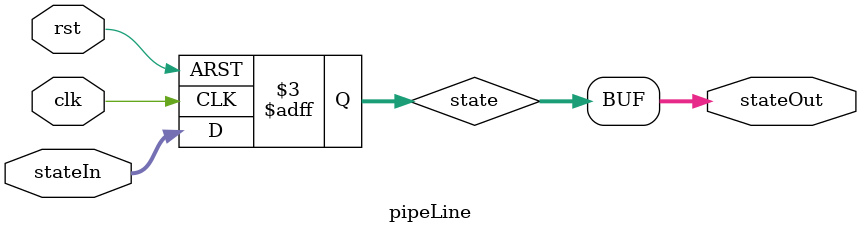
<source format=sv>
module pipeLine #(parameter bits = 32) 
	(input logic clk, rst, input [bits-1:0] stateIn, 
	output logic [bits-1:0] stateOut);

logic [bits-1:0] state = 32'h0;
always_ff @ (posedge clk, posedge rst) begin
	if (rst)
		state = 32'b0;
	else
		state = stateIn;
end

assign stateOut = state;

endmodule

</source>
